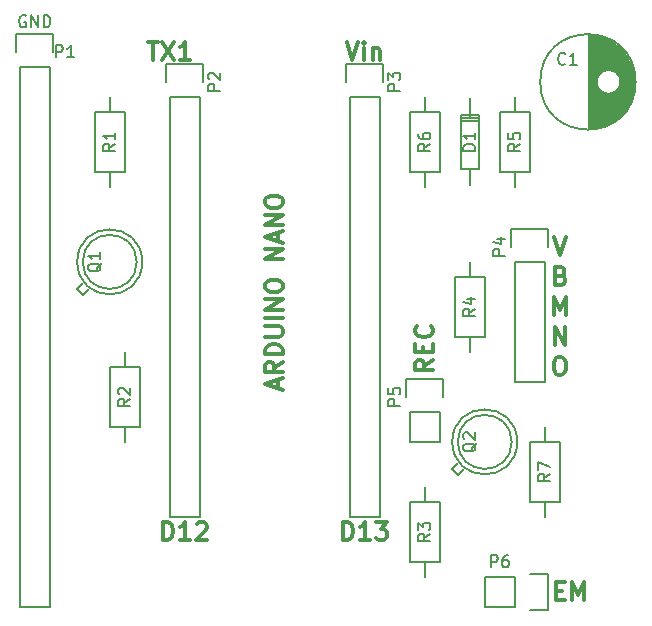
<source format=gto>
G04 #@! TF.FileFunction,Legend,Top*
%FSLAX46Y46*%
G04 Gerber Fmt 4.6, Leading zero omitted, Abs format (unit mm)*
G04 Created by KiCad (PCBNEW 4.0.4+e1-6308~48~ubuntu16.04.1-stable) date Fri Nov  4 19:35:35 2016*
%MOMM*%
%LPD*%
G01*
G04 APERTURE LIST*
%ADD10C,0.100000*%
%ADD11C,0.300000*%
%ADD12C,0.150000*%
G04 APERTURE END LIST*
D10*
D11*
X57868572Y-117518571D02*
X57868572Y-116018571D01*
X58225715Y-116018571D01*
X58440000Y-116090000D01*
X58582858Y-116232857D01*
X58654286Y-116375714D01*
X58725715Y-116661429D01*
X58725715Y-116875714D01*
X58654286Y-117161429D01*
X58582858Y-117304286D01*
X58440000Y-117447143D01*
X58225715Y-117518571D01*
X57868572Y-117518571D01*
X60154286Y-117518571D02*
X59297143Y-117518571D01*
X59725715Y-117518571D02*
X59725715Y-116018571D01*
X59582858Y-116232857D01*
X59440000Y-116375714D01*
X59297143Y-116447143D01*
X60654286Y-116018571D02*
X61582857Y-116018571D01*
X61082857Y-116590000D01*
X61297143Y-116590000D01*
X61440000Y-116661429D01*
X61511429Y-116732857D01*
X61582857Y-116875714D01*
X61582857Y-117232857D01*
X61511429Y-117375714D01*
X61440000Y-117447143D01*
X61297143Y-117518571D01*
X60868571Y-117518571D01*
X60725714Y-117447143D01*
X60654286Y-117375714D01*
X42628572Y-117518571D02*
X42628572Y-116018571D01*
X42985715Y-116018571D01*
X43200000Y-116090000D01*
X43342858Y-116232857D01*
X43414286Y-116375714D01*
X43485715Y-116661429D01*
X43485715Y-116875714D01*
X43414286Y-117161429D01*
X43342858Y-117304286D01*
X43200000Y-117447143D01*
X42985715Y-117518571D01*
X42628572Y-117518571D01*
X44914286Y-117518571D02*
X44057143Y-117518571D01*
X44485715Y-117518571D02*
X44485715Y-116018571D01*
X44342858Y-116232857D01*
X44200000Y-116375714D01*
X44057143Y-116447143D01*
X45485714Y-116161429D02*
X45557143Y-116090000D01*
X45700000Y-116018571D01*
X46057143Y-116018571D01*
X46200000Y-116090000D01*
X46271429Y-116161429D01*
X46342857Y-116304286D01*
X46342857Y-116447143D01*
X46271429Y-116661429D01*
X45414286Y-117518571D01*
X46342857Y-117518571D01*
X58154286Y-75378571D02*
X58654286Y-76878571D01*
X59154286Y-75378571D01*
X59654286Y-76878571D02*
X59654286Y-75878571D01*
X59654286Y-75378571D02*
X59582857Y-75450000D01*
X59654286Y-75521429D01*
X59725714Y-75450000D01*
X59654286Y-75378571D01*
X59654286Y-75521429D01*
X60368572Y-75878571D02*
X60368572Y-76878571D01*
X60368572Y-76021429D02*
X60440000Y-75950000D01*
X60582858Y-75878571D01*
X60797143Y-75878571D01*
X60940000Y-75950000D01*
X61011429Y-76092857D01*
X61011429Y-76878571D01*
X41322858Y-75378571D02*
X42180001Y-75378571D01*
X41751430Y-76878571D02*
X41751430Y-75378571D01*
X42537144Y-75378571D02*
X43537144Y-76878571D01*
X43537144Y-75378571D02*
X42537144Y-76878571D01*
X44894286Y-76878571D02*
X44037143Y-76878571D01*
X44465715Y-76878571D02*
X44465715Y-75378571D01*
X44322858Y-75592857D01*
X44180000Y-75735714D01*
X44037143Y-75807143D01*
X52320000Y-104662858D02*
X52320000Y-103948572D01*
X52748571Y-104805715D02*
X51248571Y-104305715D01*
X52748571Y-103805715D01*
X52748571Y-102448572D02*
X52034286Y-102948572D01*
X52748571Y-103305715D02*
X51248571Y-103305715D01*
X51248571Y-102734287D01*
X51320000Y-102591429D01*
X51391429Y-102520001D01*
X51534286Y-102448572D01*
X51748571Y-102448572D01*
X51891429Y-102520001D01*
X51962857Y-102591429D01*
X52034286Y-102734287D01*
X52034286Y-103305715D01*
X52748571Y-101805715D02*
X51248571Y-101805715D01*
X51248571Y-101448572D01*
X51320000Y-101234287D01*
X51462857Y-101091429D01*
X51605714Y-101020001D01*
X51891429Y-100948572D01*
X52105714Y-100948572D01*
X52391429Y-101020001D01*
X52534286Y-101091429D01*
X52677143Y-101234287D01*
X52748571Y-101448572D01*
X52748571Y-101805715D01*
X51248571Y-100305715D02*
X52462857Y-100305715D01*
X52605714Y-100234287D01*
X52677143Y-100162858D01*
X52748571Y-100020001D01*
X52748571Y-99734287D01*
X52677143Y-99591429D01*
X52605714Y-99520001D01*
X52462857Y-99448572D01*
X51248571Y-99448572D01*
X52748571Y-98734286D02*
X51248571Y-98734286D01*
X52748571Y-98020000D02*
X51248571Y-98020000D01*
X52748571Y-97162857D01*
X51248571Y-97162857D01*
X51248571Y-96162857D02*
X51248571Y-95877143D01*
X51320000Y-95734285D01*
X51462857Y-95591428D01*
X51748571Y-95520000D01*
X52248571Y-95520000D01*
X52534286Y-95591428D01*
X52677143Y-95734285D01*
X52748571Y-95877143D01*
X52748571Y-96162857D01*
X52677143Y-96305714D01*
X52534286Y-96448571D01*
X52248571Y-96520000D01*
X51748571Y-96520000D01*
X51462857Y-96448571D01*
X51320000Y-96305714D01*
X51248571Y-96162857D01*
X52748571Y-93734285D02*
X51248571Y-93734285D01*
X52748571Y-92877142D01*
X51248571Y-92877142D01*
X52320000Y-92234285D02*
X52320000Y-91519999D01*
X52748571Y-92377142D02*
X51248571Y-91877142D01*
X52748571Y-91377142D01*
X52748571Y-90877142D02*
X51248571Y-90877142D01*
X52748571Y-90019999D01*
X51248571Y-90019999D01*
X51248571Y-89019999D02*
X51248571Y-88734285D01*
X51320000Y-88591427D01*
X51462857Y-88448570D01*
X51748571Y-88377142D01*
X52248571Y-88377142D01*
X52534286Y-88448570D01*
X52677143Y-88591427D01*
X52748571Y-88734285D01*
X52748571Y-89019999D01*
X52677143Y-89162856D01*
X52534286Y-89305713D01*
X52248571Y-89377142D01*
X51748571Y-89377142D01*
X51462857Y-89305713D01*
X51320000Y-89162856D01*
X51248571Y-89019999D01*
X76057143Y-102048571D02*
X76342857Y-102048571D01*
X76485715Y-102120000D01*
X76628572Y-102262857D01*
X76700000Y-102548571D01*
X76700000Y-103048571D01*
X76628572Y-103334286D01*
X76485715Y-103477143D01*
X76342857Y-103548571D01*
X76057143Y-103548571D01*
X75914286Y-103477143D01*
X75771429Y-103334286D01*
X75700000Y-103048571D01*
X75700000Y-102548571D01*
X75771429Y-102262857D01*
X75914286Y-102120000D01*
X76057143Y-102048571D01*
X75771429Y-101008571D02*
X75771429Y-99508571D01*
X76628572Y-101008571D01*
X76628572Y-99508571D01*
X75700000Y-98468571D02*
X75700000Y-96968571D01*
X76200000Y-98040000D01*
X76700000Y-96968571D01*
X76700000Y-98468571D01*
X76307143Y-95142857D02*
X76521429Y-95214286D01*
X76592857Y-95285714D01*
X76664286Y-95428571D01*
X76664286Y-95642857D01*
X76592857Y-95785714D01*
X76521429Y-95857143D01*
X76378571Y-95928571D01*
X75807143Y-95928571D01*
X75807143Y-94428571D01*
X76307143Y-94428571D01*
X76450000Y-94500000D01*
X76521429Y-94571429D01*
X76592857Y-94714286D01*
X76592857Y-94857143D01*
X76521429Y-95000000D01*
X76450000Y-95071429D01*
X76307143Y-95142857D01*
X75807143Y-95142857D01*
X75700000Y-91888571D02*
X76200000Y-93388571D01*
X76700000Y-91888571D01*
X65448571Y-102290714D02*
X64734286Y-102790714D01*
X65448571Y-103147857D02*
X63948571Y-103147857D01*
X63948571Y-102576429D01*
X64020000Y-102433571D01*
X64091429Y-102362143D01*
X64234286Y-102290714D01*
X64448571Y-102290714D01*
X64591429Y-102362143D01*
X64662857Y-102433571D01*
X64734286Y-102576429D01*
X64734286Y-103147857D01*
X64662857Y-101647857D02*
X64662857Y-101147857D01*
X65448571Y-100933571D02*
X65448571Y-101647857D01*
X63948571Y-101647857D01*
X63948571Y-100933571D01*
X65305714Y-99433571D02*
X65377143Y-99505000D01*
X65448571Y-99719286D01*
X65448571Y-99862143D01*
X65377143Y-100076428D01*
X65234286Y-100219286D01*
X65091429Y-100290714D01*
X64805714Y-100362143D01*
X64591429Y-100362143D01*
X64305714Y-100290714D01*
X64162857Y-100219286D01*
X64020000Y-100076428D01*
X63948571Y-99862143D01*
X63948571Y-99719286D01*
X64020000Y-99505000D01*
X64091429Y-99433571D01*
X75922143Y-121812857D02*
X76422143Y-121812857D01*
X76636429Y-122598571D02*
X75922143Y-122598571D01*
X75922143Y-121098571D01*
X76636429Y-121098571D01*
X77279286Y-122598571D02*
X77279286Y-121098571D01*
X77779286Y-122170000D01*
X78279286Y-121098571D01*
X78279286Y-122598571D01*
D12*
X30480000Y-77470000D02*
X30480000Y-123190000D01*
X30480000Y-123190000D02*
X33020000Y-123190000D01*
X33020000Y-123190000D02*
X33020000Y-77470000D01*
X30200000Y-74650000D02*
X30200000Y-76200000D01*
X30480000Y-77470000D02*
X33020000Y-77470000D01*
X33300000Y-76200000D02*
X33300000Y-74650000D01*
X33300000Y-74650000D02*
X30200000Y-74650000D01*
X71120000Y-86360000D02*
X71120000Y-81280000D01*
X71120000Y-81280000D02*
X73660000Y-81280000D01*
X73660000Y-81280000D02*
X73660000Y-86360000D01*
X73660000Y-86360000D02*
X71120000Y-86360000D01*
X72390000Y-86360000D02*
X72390000Y-87630000D01*
X72390000Y-81280000D02*
X72390000Y-80010000D01*
X69850000Y-95250000D02*
X69850000Y-100330000D01*
X69850000Y-100330000D02*
X67310000Y-100330000D01*
X67310000Y-100330000D02*
X67310000Y-95250000D01*
X67310000Y-95250000D02*
X69850000Y-95250000D01*
X68580000Y-95250000D02*
X68580000Y-93980000D01*
X68580000Y-100330000D02*
X68580000Y-101600000D01*
X63500000Y-119380000D02*
X63500000Y-114300000D01*
X63500000Y-114300000D02*
X66040000Y-114300000D01*
X66040000Y-114300000D02*
X66040000Y-119380000D01*
X66040000Y-119380000D02*
X63500000Y-119380000D01*
X64770000Y-119380000D02*
X64770000Y-120650000D01*
X64770000Y-114300000D02*
X64770000Y-113030000D01*
X38100000Y-107950000D02*
X38100000Y-102870000D01*
X38100000Y-102870000D02*
X40640000Y-102870000D01*
X40640000Y-102870000D02*
X40640000Y-107950000D01*
X40640000Y-107950000D02*
X38100000Y-107950000D01*
X39370000Y-107950000D02*
X39370000Y-109220000D01*
X39370000Y-102870000D02*
X39370000Y-101600000D01*
X39370000Y-81280000D02*
X39370000Y-86360000D01*
X39370000Y-86360000D02*
X36830000Y-86360000D01*
X36830000Y-86360000D02*
X36830000Y-81280000D01*
X36830000Y-81280000D02*
X39370000Y-81280000D01*
X38100000Y-81280000D02*
X38100000Y-80010000D01*
X38100000Y-86360000D02*
X38100000Y-87630000D01*
X35814000Y-96774000D02*
X36322000Y-96266000D01*
X35814000Y-95758000D02*
X35306000Y-96266000D01*
X35306000Y-96266000D02*
X35814000Y-96774000D01*
X40386000Y-93980000D02*
G75*
G03X40386000Y-93980000I-2286000J0D01*
G01*
X40850000Y-93980000D02*
G75*
G03X40850000Y-93980000I-2750000J0D01*
G01*
X75210000Y-120370000D02*
X73660000Y-120370000D01*
X69850000Y-120650000D02*
X72390000Y-120650000D01*
X72390000Y-120650000D02*
X72390000Y-123190000D01*
X73660000Y-123470000D02*
X75210000Y-123470000D01*
X75210000Y-123470000D02*
X75210000Y-120370000D01*
X72390000Y-123190000D02*
X69850000Y-123190000D01*
X69850000Y-123190000D02*
X69850000Y-120650000D01*
X63220000Y-103860000D02*
X63220000Y-105410000D01*
X63500000Y-109220000D02*
X63500000Y-106680000D01*
X63500000Y-106680000D02*
X66040000Y-106680000D01*
X66320000Y-105410000D02*
X66320000Y-103860000D01*
X66320000Y-103860000D02*
X63220000Y-103860000D01*
X66040000Y-106680000D02*
X66040000Y-109220000D01*
X66040000Y-109220000D02*
X63500000Y-109220000D01*
X72390000Y-93980000D02*
X72390000Y-104140000D01*
X72390000Y-104140000D02*
X74930000Y-104140000D01*
X74930000Y-104140000D02*
X74930000Y-93980000D01*
X72110000Y-91160000D02*
X72110000Y-92710000D01*
X72390000Y-93980000D02*
X74930000Y-93980000D01*
X75210000Y-92710000D02*
X75210000Y-91160000D01*
X75210000Y-91160000D02*
X72110000Y-91160000D01*
X60960000Y-80010000D02*
X60960000Y-115570000D01*
X60960000Y-115570000D02*
X58420000Y-115570000D01*
X58420000Y-115570000D02*
X58420000Y-80010000D01*
X58140000Y-77190000D02*
X58140000Y-78740000D01*
X58420000Y-80010000D02*
X60960000Y-80010000D01*
X61240000Y-78740000D02*
X61240000Y-77190000D01*
X61240000Y-77190000D02*
X58140000Y-77190000D01*
X45720000Y-80010000D02*
X45720000Y-115570000D01*
X45720000Y-115570000D02*
X43180000Y-115570000D01*
X43180000Y-115570000D02*
X43180000Y-80010000D01*
X42900000Y-77190000D02*
X42900000Y-78740000D01*
X43180000Y-80010000D02*
X45720000Y-80010000D01*
X46000000Y-78740000D02*
X46000000Y-77190000D01*
X46000000Y-77190000D02*
X42900000Y-77190000D01*
X68582540Y-86106520D02*
X68582540Y-87503520D01*
X68582540Y-81661520D02*
X68582540Y-80137520D01*
X69344540Y-82042520D02*
X67820540Y-82042520D01*
X69344540Y-81788520D02*
X67820540Y-81788520D01*
X68582540Y-81534520D02*
X67820540Y-81534520D01*
X67820540Y-81534520D02*
X67820540Y-86106520D01*
X67820540Y-86106520D02*
X69344540Y-86106520D01*
X69344540Y-86106520D02*
X69344540Y-81534520D01*
X69344540Y-81534520D02*
X68582540Y-81534520D01*
X76200000Y-109220000D02*
X76200000Y-114300000D01*
X76200000Y-114300000D02*
X73660000Y-114300000D01*
X73660000Y-114300000D02*
X73660000Y-109220000D01*
X73660000Y-109220000D02*
X76200000Y-109220000D01*
X74930000Y-109220000D02*
X74930000Y-107950000D01*
X74930000Y-114300000D02*
X74930000Y-115570000D01*
X66040000Y-81280000D02*
X66040000Y-86360000D01*
X66040000Y-86360000D02*
X63500000Y-86360000D01*
X63500000Y-86360000D02*
X63500000Y-81280000D01*
X63500000Y-81280000D02*
X66040000Y-81280000D01*
X64770000Y-81280000D02*
X64770000Y-80010000D01*
X64770000Y-86360000D02*
X64770000Y-87630000D01*
X67564000Y-112014000D02*
X68072000Y-111506000D01*
X67564000Y-110998000D02*
X67056000Y-111506000D01*
X67056000Y-111506000D02*
X67564000Y-112014000D01*
X72136000Y-109220000D02*
G75*
G03X72136000Y-109220000I-2286000J0D01*
G01*
X72600000Y-109220000D02*
G75*
G03X72600000Y-109220000I-2750000J0D01*
G01*
X78660000Y-74741000D02*
X78660000Y-82739000D01*
X78800000Y-74746000D02*
X78800000Y-82734000D01*
X78940000Y-74756000D02*
X78940000Y-82724000D01*
X79080000Y-74771000D02*
X79080000Y-82709000D01*
X79220000Y-74791000D02*
X79220000Y-82689000D01*
X79360000Y-74816000D02*
X79360000Y-78518000D01*
X79360000Y-78962000D02*
X79360000Y-82664000D01*
X79500000Y-74846000D02*
X79500000Y-78190000D01*
X79500000Y-79290000D02*
X79500000Y-82634000D01*
X79640000Y-74882000D02*
X79640000Y-78021000D01*
X79640000Y-79459000D02*
X79640000Y-82598000D01*
X79780000Y-74923000D02*
X79780000Y-77908000D01*
X79780000Y-79572000D02*
X79780000Y-82557000D01*
X79920000Y-74969000D02*
X79920000Y-77830000D01*
X79920000Y-79650000D02*
X79920000Y-82511000D01*
X80060000Y-75022000D02*
X80060000Y-77779000D01*
X80060000Y-79701000D02*
X80060000Y-82458000D01*
X80200000Y-75081000D02*
X80200000Y-77749000D01*
X80200000Y-79731000D02*
X80200000Y-82399000D01*
X80340000Y-75146000D02*
X80340000Y-77740000D01*
X80340000Y-79740000D02*
X80340000Y-82334000D01*
X80480000Y-75217000D02*
X80480000Y-77751000D01*
X80480000Y-79729000D02*
X80480000Y-82263000D01*
X80620000Y-75296000D02*
X80620000Y-77781000D01*
X80620000Y-79699000D02*
X80620000Y-82184000D01*
X80760000Y-75383000D02*
X80760000Y-77835000D01*
X80760000Y-79645000D02*
X80760000Y-82097000D01*
X80900000Y-75478000D02*
X80900000Y-77915000D01*
X80900000Y-79565000D02*
X80900000Y-82002000D01*
X81040000Y-75582000D02*
X81040000Y-78031000D01*
X81040000Y-79449000D02*
X81040000Y-81898000D01*
X81180000Y-75696000D02*
X81180000Y-78205000D01*
X81180000Y-79275000D02*
X81180000Y-81784000D01*
X81320000Y-75821000D02*
X81320000Y-78567000D01*
X81320000Y-78913000D02*
X81320000Y-81659000D01*
X81460000Y-75959000D02*
X81460000Y-81521000D01*
X81600000Y-76111000D02*
X81600000Y-81369000D01*
X81740000Y-76281000D02*
X81740000Y-81199000D01*
X81880000Y-76472000D02*
X81880000Y-81008000D01*
X82020000Y-76690000D02*
X82020000Y-80790000D01*
X82160000Y-76946000D02*
X82160000Y-80534000D01*
X82300000Y-77257000D02*
X82300000Y-80223000D01*
X82440000Y-77673000D02*
X82440000Y-79807000D01*
X82580000Y-78540000D02*
X82580000Y-78940000D01*
X81335000Y-78740000D02*
G75*
G03X81335000Y-78740000I-1000000J0D01*
G01*
X82622500Y-78740000D02*
G75*
G03X82622500Y-78740000I-4037500J0D01*
G01*
X33551905Y-76652381D02*
X33551905Y-75652381D01*
X33932858Y-75652381D01*
X34028096Y-75700000D01*
X34075715Y-75747619D01*
X34123334Y-75842857D01*
X34123334Y-75985714D01*
X34075715Y-76080952D01*
X34028096Y-76128571D01*
X33932858Y-76176190D01*
X33551905Y-76176190D01*
X35075715Y-76652381D02*
X34504286Y-76652381D01*
X34790000Y-76652381D02*
X34790000Y-75652381D01*
X34694762Y-75795238D01*
X34599524Y-75890476D01*
X34504286Y-75938095D01*
X30988096Y-73160000D02*
X30892858Y-73112381D01*
X30750001Y-73112381D01*
X30607143Y-73160000D01*
X30511905Y-73255238D01*
X30464286Y-73350476D01*
X30416667Y-73540952D01*
X30416667Y-73683810D01*
X30464286Y-73874286D01*
X30511905Y-73969524D01*
X30607143Y-74064762D01*
X30750001Y-74112381D01*
X30845239Y-74112381D01*
X30988096Y-74064762D01*
X31035715Y-74017143D01*
X31035715Y-73683810D01*
X30845239Y-73683810D01*
X31464286Y-74112381D02*
X31464286Y-73112381D01*
X32035715Y-74112381D01*
X32035715Y-73112381D01*
X32511905Y-74112381D02*
X32511905Y-73112381D01*
X32750000Y-73112381D01*
X32892858Y-73160000D01*
X32988096Y-73255238D01*
X33035715Y-73350476D01*
X33083334Y-73540952D01*
X33083334Y-73683810D01*
X33035715Y-73874286D01*
X32988096Y-73969524D01*
X32892858Y-74064762D01*
X32750000Y-74112381D01*
X32511905Y-74112381D01*
X72842381Y-83986666D02*
X72366190Y-84320000D01*
X72842381Y-84558095D02*
X71842381Y-84558095D01*
X71842381Y-84177142D01*
X71890000Y-84081904D01*
X71937619Y-84034285D01*
X72032857Y-83986666D01*
X72175714Y-83986666D01*
X72270952Y-84034285D01*
X72318571Y-84081904D01*
X72366190Y-84177142D01*
X72366190Y-84558095D01*
X71842381Y-83081904D02*
X71842381Y-83558095D01*
X72318571Y-83605714D01*
X72270952Y-83558095D01*
X72223333Y-83462857D01*
X72223333Y-83224761D01*
X72270952Y-83129523D01*
X72318571Y-83081904D01*
X72413810Y-83034285D01*
X72651905Y-83034285D01*
X72747143Y-83081904D01*
X72794762Y-83129523D01*
X72842381Y-83224761D01*
X72842381Y-83462857D01*
X72794762Y-83558095D01*
X72747143Y-83605714D01*
X69032381Y-97956666D02*
X68556190Y-98290000D01*
X69032381Y-98528095D02*
X68032381Y-98528095D01*
X68032381Y-98147142D01*
X68080000Y-98051904D01*
X68127619Y-98004285D01*
X68222857Y-97956666D01*
X68365714Y-97956666D01*
X68460952Y-98004285D01*
X68508571Y-98051904D01*
X68556190Y-98147142D01*
X68556190Y-98528095D01*
X68365714Y-97099523D02*
X69032381Y-97099523D01*
X67984762Y-97337619D02*
X68699048Y-97575714D01*
X68699048Y-96956666D01*
X65222381Y-117006666D02*
X64746190Y-117340000D01*
X65222381Y-117578095D02*
X64222381Y-117578095D01*
X64222381Y-117197142D01*
X64270000Y-117101904D01*
X64317619Y-117054285D01*
X64412857Y-117006666D01*
X64555714Y-117006666D01*
X64650952Y-117054285D01*
X64698571Y-117101904D01*
X64746190Y-117197142D01*
X64746190Y-117578095D01*
X64222381Y-116673333D02*
X64222381Y-116054285D01*
X64603333Y-116387619D01*
X64603333Y-116244761D01*
X64650952Y-116149523D01*
X64698571Y-116101904D01*
X64793810Y-116054285D01*
X65031905Y-116054285D01*
X65127143Y-116101904D01*
X65174762Y-116149523D01*
X65222381Y-116244761D01*
X65222381Y-116530476D01*
X65174762Y-116625714D01*
X65127143Y-116673333D01*
X39822381Y-105576666D02*
X39346190Y-105910000D01*
X39822381Y-106148095D02*
X38822381Y-106148095D01*
X38822381Y-105767142D01*
X38870000Y-105671904D01*
X38917619Y-105624285D01*
X39012857Y-105576666D01*
X39155714Y-105576666D01*
X39250952Y-105624285D01*
X39298571Y-105671904D01*
X39346190Y-105767142D01*
X39346190Y-106148095D01*
X38917619Y-105195714D02*
X38870000Y-105148095D01*
X38822381Y-105052857D01*
X38822381Y-104814761D01*
X38870000Y-104719523D01*
X38917619Y-104671904D01*
X39012857Y-104624285D01*
X39108095Y-104624285D01*
X39250952Y-104671904D01*
X39822381Y-105243333D01*
X39822381Y-104624285D01*
X38552381Y-83986666D02*
X38076190Y-84320000D01*
X38552381Y-84558095D02*
X37552381Y-84558095D01*
X37552381Y-84177142D01*
X37600000Y-84081904D01*
X37647619Y-84034285D01*
X37742857Y-83986666D01*
X37885714Y-83986666D01*
X37980952Y-84034285D01*
X38028571Y-84081904D01*
X38076190Y-84177142D01*
X38076190Y-84558095D01*
X38552381Y-83034285D02*
X38552381Y-83605714D01*
X38552381Y-83320000D02*
X37552381Y-83320000D01*
X37695238Y-83415238D01*
X37790476Y-83510476D01*
X37838095Y-83605714D01*
X37377619Y-94075238D02*
X37330000Y-94170476D01*
X37234762Y-94265714D01*
X37091905Y-94408571D01*
X37044286Y-94503810D01*
X37044286Y-94599048D01*
X37282381Y-94551429D02*
X37234762Y-94646667D01*
X37139524Y-94741905D01*
X36949048Y-94789524D01*
X36615714Y-94789524D01*
X36425238Y-94741905D01*
X36330000Y-94646667D01*
X36282381Y-94551429D01*
X36282381Y-94360952D01*
X36330000Y-94265714D01*
X36425238Y-94170476D01*
X36615714Y-94122857D01*
X36949048Y-94122857D01*
X37139524Y-94170476D01*
X37234762Y-94265714D01*
X37282381Y-94360952D01*
X37282381Y-94551429D01*
X37282381Y-93170476D02*
X37282381Y-93741905D01*
X37282381Y-93456191D02*
X36282381Y-93456191D01*
X36425238Y-93551429D01*
X36520476Y-93646667D01*
X36568095Y-93741905D01*
X70381905Y-119832381D02*
X70381905Y-118832381D01*
X70762858Y-118832381D01*
X70858096Y-118880000D01*
X70905715Y-118927619D01*
X70953334Y-119022857D01*
X70953334Y-119165714D01*
X70905715Y-119260952D01*
X70858096Y-119308571D01*
X70762858Y-119356190D01*
X70381905Y-119356190D01*
X71810477Y-118832381D02*
X71620000Y-118832381D01*
X71524762Y-118880000D01*
X71477143Y-118927619D01*
X71381905Y-119070476D01*
X71334286Y-119260952D01*
X71334286Y-119641905D01*
X71381905Y-119737143D01*
X71429524Y-119784762D01*
X71524762Y-119832381D01*
X71715239Y-119832381D01*
X71810477Y-119784762D01*
X71858096Y-119737143D01*
X71905715Y-119641905D01*
X71905715Y-119403810D01*
X71858096Y-119308571D01*
X71810477Y-119260952D01*
X71715239Y-119213333D01*
X71524762Y-119213333D01*
X71429524Y-119260952D01*
X71381905Y-119308571D01*
X71334286Y-119403810D01*
X62682381Y-106148095D02*
X61682381Y-106148095D01*
X61682381Y-105767142D01*
X61730000Y-105671904D01*
X61777619Y-105624285D01*
X61872857Y-105576666D01*
X62015714Y-105576666D01*
X62110952Y-105624285D01*
X62158571Y-105671904D01*
X62206190Y-105767142D01*
X62206190Y-106148095D01*
X61682381Y-104671904D02*
X61682381Y-105148095D01*
X62158571Y-105195714D01*
X62110952Y-105148095D01*
X62063333Y-105052857D01*
X62063333Y-104814761D01*
X62110952Y-104719523D01*
X62158571Y-104671904D01*
X62253810Y-104624285D01*
X62491905Y-104624285D01*
X62587143Y-104671904D01*
X62634762Y-104719523D01*
X62682381Y-104814761D01*
X62682381Y-105052857D01*
X62634762Y-105148095D01*
X62587143Y-105195714D01*
X71572381Y-93448095D02*
X70572381Y-93448095D01*
X70572381Y-93067142D01*
X70620000Y-92971904D01*
X70667619Y-92924285D01*
X70762857Y-92876666D01*
X70905714Y-92876666D01*
X71000952Y-92924285D01*
X71048571Y-92971904D01*
X71096190Y-93067142D01*
X71096190Y-93448095D01*
X70905714Y-92019523D02*
X71572381Y-92019523D01*
X70524762Y-92257619D02*
X71239048Y-92495714D01*
X71239048Y-91876666D01*
X62682381Y-79478095D02*
X61682381Y-79478095D01*
X61682381Y-79097142D01*
X61730000Y-79001904D01*
X61777619Y-78954285D01*
X61872857Y-78906666D01*
X62015714Y-78906666D01*
X62110952Y-78954285D01*
X62158571Y-79001904D01*
X62206190Y-79097142D01*
X62206190Y-79478095D01*
X61682381Y-78573333D02*
X61682381Y-77954285D01*
X62063333Y-78287619D01*
X62063333Y-78144761D01*
X62110952Y-78049523D01*
X62158571Y-78001904D01*
X62253810Y-77954285D01*
X62491905Y-77954285D01*
X62587143Y-78001904D01*
X62634762Y-78049523D01*
X62682381Y-78144761D01*
X62682381Y-78430476D01*
X62634762Y-78525714D01*
X62587143Y-78573333D01*
X47442381Y-79478095D02*
X46442381Y-79478095D01*
X46442381Y-79097142D01*
X46490000Y-79001904D01*
X46537619Y-78954285D01*
X46632857Y-78906666D01*
X46775714Y-78906666D01*
X46870952Y-78954285D01*
X46918571Y-79001904D01*
X46966190Y-79097142D01*
X46966190Y-79478095D01*
X46537619Y-78525714D02*
X46490000Y-78478095D01*
X46442381Y-78382857D01*
X46442381Y-78144761D01*
X46490000Y-78049523D01*
X46537619Y-78001904D01*
X46632857Y-77954285D01*
X46728095Y-77954285D01*
X46870952Y-78001904D01*
X47442381Y-78573333D01*
X47442381Y-77954285D01*
X69032381Y-84558095D02*
X68032381Y-84558095D01*
X68032381Y-84320000D01*
X68080000Y-84177142D01*
X68175238Y-84081904D01*
X68270476Y-84034285D01*
X68460952Y-83986666D01*
X68603810Y-83986666D01*
X68794286Y-84034285D01*
X68889524Y-84081904D01*
X68984762Y-84177142D01*
X69032381Y-84320000D01*
X69032381Y-84558095D01*
X69032381Y-83034285D02*
X69032381Y-83605714D01*
X69032381Y-83320000D02*
X68032381Y-83320000D01*
X68175238Y-83415238D01*
X68270476Y-83510476D01*
X68318095Y-83605714D01*
X75382381Y-111926666D02*
X74906190Y-112260000D01*
X75382381Y-112498095D02*
X74382381Y-112498095D01*
X74382381Y-112117142D01*
X74430000Y-112021904D01*
X74477619Y-111974285D01*
X74572857Y-111926666D01*
X74715714Y-111926666D01*
X74810952Y-111974285D01*
X74858571Y-112021904D01*
X74906190Y-112117142D01*
X74906190Y-112498095D01*
X74382381Y-111593333D02*
X74382381Y-110926666D01*
X75382381Y-111355238D01*
X65222381Y-83986666D02*
X64746190Y-84320000D01*
X65222381Y-84558095D02*
X64222381Y-84558095D01*
X64222381Y-84177142D01*
X64270000Y-84081904D01*
X64317619Y-84034285D01*
X64412857Y-83986666D01*
X64555714Y-83986666D01*
X64650952Y-84034285D01*
X64698571Y-84081904D01*
X64746190Y-84177142D01*
X64746190Y-84558095D01*
X64222381Y-83129523D02*
X64222381Y-83320000D01*
X64270000Y-83415238D01*
X64317619Y-83462857D01*
X64460476Y-83558095D01*
X64650952Y-83605714D01*
X65031905Y-83605714D01*
X65127143Y-83558095D01*
X65174762Y-83510476D01*
X65222381Y-83415238D01*
X65222381Y-83224761D01*
X65174762Y-83129523D01*
X65127143Y-83081904D01*
X65031905Y-83034285D01*
X64793810Y-83034285D01*
X64698571Y-83081904D01*
X64650952Y-83129523D01*
X64603333Y-83224761D01*
X64603333Y-83415238D01*
X64650952Y-83510476D01*
X64698571Y-83558095D01*
X64793810Y-83605714D01*
X69127619Y-109315238D02*
X69080000Y-109410476D01*
X68984762Y-109505714D01*
X68841905Y-109648571D01*
X68794286Y-109743810D01*
X68794286Y-109839048D01*
X69032381Y-109791429D02*
X68984762Y-109886667D01*
X68889524Y-109981905D01*
X68699048Y-110029524D01*
X68365714Y-110029524D01*
X68175238Y-109981905D01*
X68080000Y-109886667D01*
X68032381Y-109791429D01*
X68032381Y-109600952D01*
X68080000Y-109505714D01*
X68175238Y-109410476D01*
X68365714Y-109362857D01*
X68699048Y-109362857D01*
X68889524Y-109410476D01*
X68984762Y-109505714D01*
X69032381Y-109600952D01*
X69032381Y-109791429D01*
X68127619Y-108981905D02*
X68080000Y-108934286D01*
X68032381Y-108839048D01*
X68032381Y-108600952D01*
X68080000Y-108505714D01*
X68127619Y-108458095D01*
X68222857Y-108410476D01*
X68318095Y-108410476D01*
X68460952Y-108458095D01*
X69032381Y-109029524D01*
X69032381Y-108410476D01*
X76668334Y-77192143D02*
X76620715Y-77239762D01*
X76477858Y-77287381D01*
X76382620Y-77287381D01*
X76239762Y-77239762D01*
X76144524Y-77144524D01*
X76096905Y-77049286D01*
X76049286Y-76858810D01*
X76049286Y-76715952D01*
X76096905Y-76525476D01*
X76144524Y-76430238D01*
X76239762Y-76335000D01*
X76382620Y-76287381D01*
X76477858Y-76287381D01*
X76620715Y-76335000D01*
X76668334Y-76382619D01*
X77620715Y-77287381D02*
X77049286Y-77287381D01*
X77335000Y-77287381D02*
X77335000Y-76287381D01*
X77239762Y-76430238D01*
X77144524Y-76525476D01*
X77049286Y-76573095D01*
M02*

</source>
